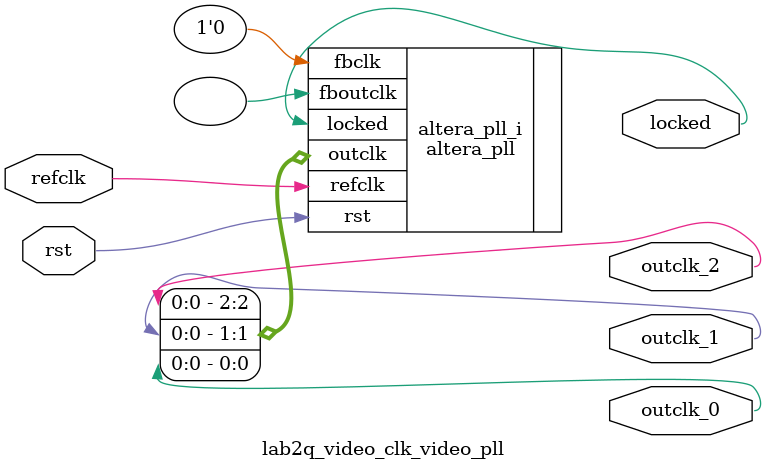
<source format=v>
`timescale 1ns/10ps
module  lab2q_video_clk_video_pll(

	// interface 'refclk'
	input wire refclk,

	// interface 'reset'
	input wire rst,

	// interface 'outclk0'
	output wire outclk_0,

	// interface 'outclk1'
	output wire outclk_1,

	// interface 'outclk2'
	output wire outclk_2,

	// interface 'locked'
	output wire locked
);

	altera_pll #(
		.fractional_vco_multiplier("false"),
		.reference_clock_frequency("50.0 MHz"),
		.operation_mode("direct"),
		.number_of_clocks(3),
		.output_clock_frequency0("25.000000 MHz"),
		.phase_shift0("0 ps"),
		.duty_cycle0(50),
		.output_clock_frequency1("25.000000 MHz"),
		.phase_shift1("0 ps"),
		.duty_cycle1(50),
		.output_clock_frequency2("33.000000 MHz"),
		.phase_shift2("0 ps"),
		.duty_cycle2(50),
		.output_clock_frequency3("0 MHz"),
		.phase_shift3("0 ps"),
		.duty_cycle3(50),
		.output_clock_frequency4("0 MHz"),
		.phase_shift4("0 ps"),
		.duty_cycle4(50),
		.output_clock_frequency5("0 MHz"),
		.phase_shift5("0 ps"),
		.duty_cycle5(50),
		.output_clock_frequency6("0 MHz"),
		.phase_shift6("0 ps"),
		.duty_cycle6(50),
		.output_clock_frequency7("0 MHz"),
		.phase_shift7("0 ps"),
		.duty_cycle7(50),
		.output_clock_frequency8("0 MHz"),
		.phase_shift8("0 ps"),
		.duty_cycle8(50),
		.output_clock_frequency9("0 MHz"),
		.phase_shift9("0 ps"),
		.duty_cycle9(50),
		.output_clock_frequency10("0 MHz"),
		.phase_shift10("0 ps"),
		.duty_cycle10(50),
		.output_clock_frequency11("0 MHz"),
		.phase_shift11("0 ps"),
		.duty_cycle11(50),
		.output_clock_frequency12("0 MHz"),
		.phase_shift12("0 ps"),
		.duty_cycle12(50),
		.output_clock_frequency13("0 MHz"),
		.phase_shift13("0 ps"),
		.duty_cycle13(50),
		.output_clock_frequency14("0 MHz"),
		.phase_shift14("0 ps"),
		.duty_cycle14(50),
		.output_clock_frequency15("0 MHz"),
		.phase_shift15("0 ps"),
		.duty_cycle15(50),
		.output_clock_frequency16("0 MHz"),
		.phase_shift16("0 ps"),
		.duty_cycle16(50),
		.output_clock_frequency17("0 MHz"),
		.phase_shift17("0 ps"),
		.duty_cycle17(50),
		.pll_type("General"),
		.pll_subtype("General")
	) altera_pll_i (
		.rst	(rst),
		.outclk	({outclk_2, outclk_1, outclk_0}),
		.locked	(locked),
		.fboutclk	( ),
		.fbclk	(1'b0),
		.refclk	(refclk)
	);
endmodule


</source>
